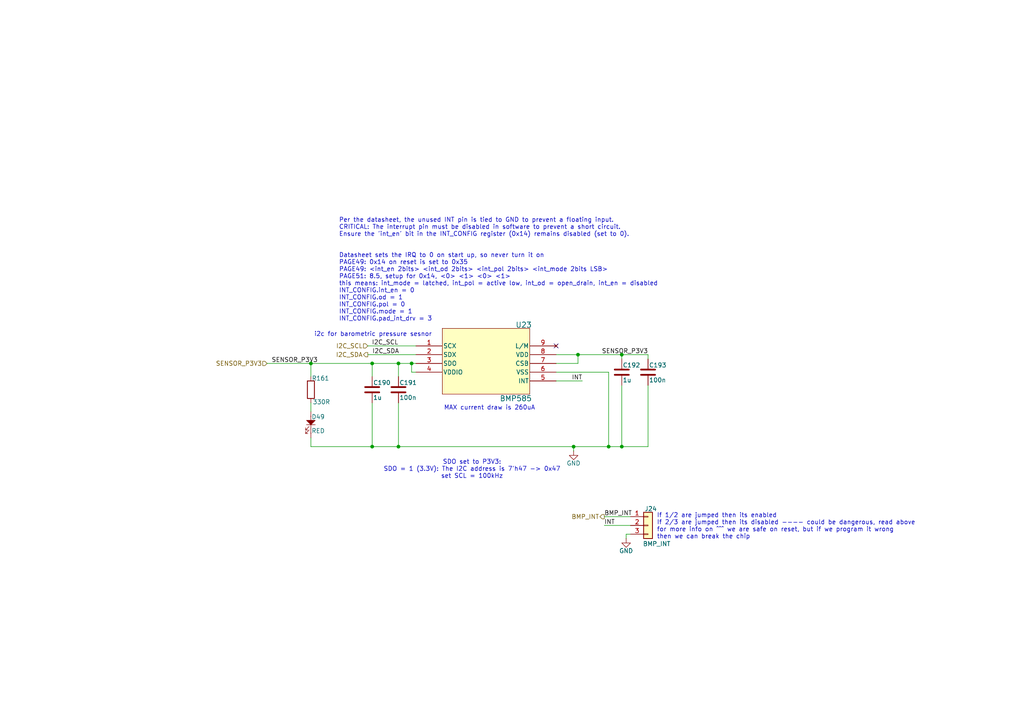
<source format=kicad_sch>
(kicad_sch (version 20250114) (generator "eeschema") (generator_version "9.0")
  (paper "A4")
  (lib_symbols
    (symbol "BMP585:BMP585" (pin_names (offset 0.254))
      (property "Reference" "U" (at 20.32 10.16 0))
      (property "Value" "BMP585" (at 20.32 7.62 0))
      (symbol "BMP585_0_1"
        (pin input line (at 0 0 0) (length 7.62) (name "SCX") (number "1"))
        (pin bidirectional line (at 0 -2.54 0) (length 7.62) (name "SDX") (number "2"))
        (pin bidirectional line (at 0 -5.08 0) (length 7.62) (name "SDO") (number "3"))
        (pin power_in line (at 0 -7.62 0) (length 7.62) (name "VDDIO") (number "4"))
        (pin no_connect line (at 40.64 0 180) (length 7.62) (name "L/M") (number "9"))
        (pin power_in line (at 40.64 -2.54 180) (length 7.62) (name "VDD") (number "8"))
        (pin input line (at 40.64 -5.08 180) (length 7.62) (name "CSB") (number "7"))
        (pin power_out line (at 40.64 -7.62 180) (length 7.62) (name "VSS") (number "6"))
        (pin output line (at 40.64 -10.16 180) (length 7.62) (name "INT") (number "5"))
      )
      (symbol "BMP585_1_1"
        (rectangle (start 7.62 5.08) (end 33.02 -13.97) (fill (type background)))
      )
    )
    (symbol "Connector_Generic:Conn_01x03" (pin_names (offset 1.016) (hide yes))
      (property "Reference" "J" (at 0 5.08 0))
      (property "Value" "Conn_01x03" (at 0 -5.08 0))
      (symbol "Conn_01x03_1_1"
        (rectangle (start -1.27 3.81) (end 1.27 -3.81) (stroke (width 0.254)) (fill (type background)))
        (rectangle (start -1.27 2.667) (end 0 2.413) (stroke (width 0.1524)))
        (rectangle (start -1.27 0.127) (end 0 -0.127) (stroke (width 0.1524)))
        (rectangle (start -1.27 -2.413) (end 0 -2.667) (stroke (width 0.1524)))
        (pin passive line (at -5.08 2.54 0) (length 3.81) (name "Pin_1") (number "1"))
        (pin passive line (at -5.08 0 0) (length 3.81) (name "Pin_2") (number "2"))
        (pin passive line (at -5.08 -2.54 0) (length 3.81) (name "Pin_3") (number "3"))
      )
    )
    (symbol "Device:C" (pin_numbers (hide yes)) (pin_names (offset 0.254))
      (property "Reference" "C" (at 0.635 2.54 0))
      (property "Value" "C" (at 0.635 -2.54 0))
      (symbol "C_0_1"
        (polyline (pts (xy -2.032 0.762) (xy 2.032 0.762)) (stroke (width 0.508)))
        (polyline (pts (xy -2.032 -0.762) (xy 2.032 -0.762)) (stroke (width 0.508)))
      )
      (symbol "C_1_1"
        (pin passive line (at 0 3.81 270) (length 2.794) (name "~") (number "1"))
        (pin passive line (at 0 -3.81 90) (length 2.794) (name "~") (number "2"))
      )
    )
    (symbol "Device:R" (pin_numbers (hide yes)) (pin_names (offset 0))
      (property "Reference" "R" (at 2.032 0 90))
      (property "Value" "R" (at 0 0 90))
      (symbol "R_0_1"
        (rectangle (start -1.016 -2.54) (end 1.016 2.54) (stroke (width 0.254)))
      )
      (symbol "R_1_1"
        (pin passive line (at 0 3.81 270) (length 1.27) (name "~") (number "1"))
        (pin passive line (at 0 -3.81 90) (length 1.27) (name "~") (number "2"))
      )
    )
    (symbol "PCM_SL_Devices:LED"
      (property "Reference" "D" (at -0.508 5.334 0))
      (property "Value" "LED" (at -0.508 2.794 0))
      (symbol "LED_0_1"
        (polyline (pts (xy -1.27 0) (xy -2.54 0)))
        (polyline (pts (xy 0 1.27) (xy 0 -1.27)))
        (polyline (pts (xy 0 0) (xy -1.27 -1.27) (xy -1.27 1.27) (xy 0 0) (xy 1.27 0)) (fill (type outline)))
        (polyline (pts (xy 0.508 0.508) (xy 1.524 1.524)))
        (polyline (pts (xy 1.27 0) (xy 2.54 0)))
        (polyline (pts (xy 1.524 1.524) (xy 0.889 1.524)))
        (polyline (pts (xy 1.524 1.524) (xy 1.524 0.889)))
        (polyline (pts (xy 1.524 0.508) (xy 2.54 1.524)))
        (polyline (pts (xy 2.54 1.524) (xy 1.905 1.524)))
        (polyline (pts (xy 2.54 1.524) (xy 2.54 0.889)))
      )
      (symbol "LED_1_1"
        (pin passive line (at -3.81 0 0) (length 1.5) (name "") (number "2"))
        (pin passive line (at 3.81 0 180) (length 1.5) (name "~") (number "1"))
      )
    )
    (symbol "power:GND" (power) (pin_numbers (hide yes)) (pin_names (offset 0) (hide yes))
      (property "Value" "GND" (at 0 -3.81 0))
      (symbol "GND_0_1"
        (polyline (pts (xy 0 0) (xy 0 -1.27) (xy 1.27 -1.27) (xy 0 -2.54) (xy -1.27 -1.27) (xy 0 -1.27)))
      )
      (symbol "GND_1_1"
        (pin power_in line (at 0 0 270) (length 0) (name "~") (number "1"))
      )
    )
  )
  (text "If 1/2 are jumped then its enabled\nIf 2/3 are jumped then its disabled ---- could be dangerous, read above\nfor more info on ^^^ we are safe on reset, but if we program it wrong\nthen we can break the chip" (at 190.5 152.654 0) (effects (font (size 1.27 1.27)) (justify left)))
  (text "MAX current draw is 260uA" (at 141.986 118.364 0) (effects (font (size 1.27 1.27))))
  (text "Per the datasheet, the unused INT pin is tied to GND to prevent a floating input.\nCRITICAL: The interrupt pin must be disabled in software to prevent a short circuit.\nEnsure the 'int_en' bit in the INT_CONFIG register (0x14) remains disabled (set to 0).\n\n\nDatasheet sets the IRQ to 0 on start up, so never turn it on\nPAGE49: 0x14 on reset is set to 0x35\nPAGE49: <int_en 2bits> <int_od 2bits> <int_pol 2bits> <int_mode 2bits LSB>\nPAGE51: 8.5, setup for 0x14, <0> <1> <0> <1>\nthis means: int_mode = latched, int_pol = active low, int_od = open_drain, int_en = disabled\nINT_CONFIG.int_en = 0\nINT_CONFIG.od = 1\nINT_CONFIG.pol = 0\nINT_CONFIG.mode = 1\nINT_CONFIG.pad_int_drv = 3" (at 98.298 78.232 0) (effects (font (size 1.27 1.27)) (justify left)))
  (text "i2c for barometric pressure sesnor" (at 108.204 97.028 0) (effects (font (size 1.27 1.27))))
  (text "SDO set to P3V3:\nSDO = 1 (3.3V): The I2C address is 7'h47 -> 0x47\nset SCL = 100kHz" (at 136.906 136.144 0) (effects (font (size 1.27 1.27))))
  (junction (at 166.37 129.54))
  (junction (at 119.38 105.41))
  (junction (at 115.57 105.41))
  (junction (at 180.34 102.87))
  (junction (at 107.95 129.54))
  (junction (at 115.57 129.54))
  (junction (at 167.64 102.87))
  (junction (at 90.17 105.41))
  (junction (at 176.53 129.54))
  (junction (at 180.34 129.54))
  (junction (at 107.95 105.41))
  (no_connect (at 161.29 100.33))
  (wire (pts (xy 115.57 116.84) (xy 115.57 129.54)))
  (wire (pts (xy 182.88 152.4) (xy 175.26 152.4)))
  (wire (pts (xy 180.34 111.76) (xy 180.34 129.54)))
  (wire (pts (xy 187.96 102.87) (xy 187.96 104.14)))
  (wire (pts (xy 119.38 105.41) (xy 120.65 105.41)))
  (wire (pts (xy 175.26 149.86) (xy 182.88 149.86)))
  (wire (pts (xy 181.61 154.94) (xy 181.61 156.21)))
  (wire (pts (xy 161.29 102.87) (xy 167.64 102.87)))
  (wire (pts (xy 107.95 129.54) (xy 115.57 129.54)))
  (wire (pts (xy 90.17 105.41) (xy 90.17 109.22)))
  (wire (pts (xy 180.34 129.54) (xy 187.96 129.54)))
  (wire (pts (xy 119.38 105.41) (xy 119.38 107.95)))
  (wire (pts (xy 107.95 105.41) (xy 107.95 109.22)))
  (wire (pts (xy 181.61 154.94) (xy 182.88 154.94)))
  (wire (pts (xy 115.57 105.41) (xy 119.38 105.41)))
  (wire (pts (xy 90.17 105.41) (xy 107.95 105.41)))
  (wire (pts (xy 161.29 105.41) (xy 167.64 105.41)))
  (wire (pts (xy 166.37 129.54) (xy 176.53 129.54)))
  (wire (pts (xy 90.17 129.54) (xy 107.95 129.54)))
  (wire (pts (xy 176.53 129.54) (xy 180.34 129.54)))
  (wire (pts (xy 115.57 129.54) (xy 166.37 129.54)))
  (wire (pts (xy 107.95 116.84) (xy 107.95 129.54)))
  (wire (pts (xy 161.29 107.95) (xy 176.53 107.95)))
  (wire (pts (xy 167.64 102.87) (xy 180.34 102.87)))
  (wire (pts (xy 115.57 105.41) (xy 115.57 109.22)))
  (wire (pts (xy 187.96 111.76) (xy 187.96 129.54)))
  (wire (pts (xy 180.34 102.87) (xy 187.96 102.87)))
  (wire (pts (xy 90.17 116.84) (xy 90.17 119.38)))
  (wire (pts (xy 180.34 102.87) (xy 180.34 104.14)))
  (wire (pts (xy 106.68 102.87) (xy 120.65 102.87)))
  (wire (pts (xy 77.47 105.41) (xy 90.17 105.41)))
  (wire (pts (xy 119.38 107.95) (xy 120.65 107.95)))
  (wire (pts (xy 176.53 107.95) (xy 176.53 129.54)))
  (wire (pts (xy 161.29 110.49) (xy 168.91 110.49)))
  (wire (pts (xy 106.68 100.33) (xy 120.65 100.33)))
  (wire (pts (xy 166.37 130.81) (xy 166.37 129.54)))
  (wire (pts (xy 90.17 127) (xy 90.17 129.54)))
  (wire (pts (xy 167.64 102.87) (xy 167.64 105.41)))
  (wire (pts (xy 107.95 105.41) (xy 115.57 105.41)))
  (label "INT" (at 175.26 152.4 0))
  (label "BMP_INT" (at 175.26 149.86 0))
  (label "I2C_SDA" (at 107.95 102.87 0))
  (label "SENSOR_P3V3" (at 187.96 102.87 180))
  (label "SENSOR_P3V3" (at 78.74 105.41 0))
  (label "INT" (at 168.91 110.49 180))
  (label "I2C_SCL" (at 115.57 100.33 180))
  (hierarchical_label "BMP_INT" (shape output) (at 175.26 149.86 180))
  (hierarchical_label "I2C_SDA" (shape output) (at 106.68 102.87 180))
  (hierarchical_label "I2C_SCL" (shape input) (at 106.68 100.33 180))
  (hierarchical_label "SENSOR_P3V3" (shape input) (at 77.47 105.41 180))
  (symbol (lib_id "Device:R") (at 90.17 113.03 0) (unit 1)
    (property "Reference" "R161" (at 92.964 109.728 0))
    (property "Value" "330R" (at 93.218 116.586 0))
    (property "Description" "Resistor" (effects (hide yes)))
  )
  (symbol (lib_id "Device:C") (at 107.95 113.03 0) (unit 1)
    (property "Reference" "C190" (at 108.204 110.998 0) (effects (justify left)))
    (property "Value" "1u" (at 108.204 115.316 0) (effects (justify left)))
    (property "Description" "Unpolarized capacitor" (effects (hide yes)))
  )
  (symbol (lib_id "power:GND") (at 166.37 130.81 0) (unit 1)
    (property "Reference" "#PWR0103" (effects (hide yes)))
    (property "Value" "GND" (at 168.402 134.366 0) (effects (justify right)))
    (property "Description" "Power symbol creates a global label with name \"GND\" , ground" (effects (hide yes)))
  )
  (symbol (lib_id "Connector_Generic:Conn_01x03") (at 187.96 152.4 0) (unit 1)
    (property "Reference" "J24" (at 186.944 147.574 0) (effects (justify left)))
    (property "Value" "BMP_INT" (at 186.436 157.734 0) (effects (justify left)))
    (property "Description" "Generic connector, single row, 01x03, script generated (kicad-library-utils/schlib/autogen/connector/)" (effects (hide yes)))
  )
  (symbol (lib_id "Device:C") (at 115.57 113.03 0) (unit 1)
    (property "Reference" "C191" (at 115.824 110.998 0) (effects (justify left)))
    (property "Value" "100n" (at 115.824 115.316 0) (effects (justify left)))
    (property "Description" "Unpolarized capacitor" (effects (hide yes)))
  )
  (symbol (lib_id "Device:C") (at 180.34 107.95 0) (unit 1)
    (property "Reference" "C192" (at 180.594 105.918 0) (effects (justify left)))
    (property "Value" "1u" (at 180.594 110.236 0) (effects (justify left)))
    (property "Description" "Unpolarized capacitor" (effects (hide yes)))
  )
  (symbol (lib_id "Device:C") (at 187.96 107.95 0) (unit 1)
    (property "Reference" "C193" (at 188.214 105.918 0) (effects (justify left)))
    (property "Value" "100n" (at 188.214 110.236 0) (effects (justify left)))
    (property "Description" "Unpolarized capacitor" (effects (hide yes)))
  )
  (symbol (lib_id "BMP585:BMP585") (at 120.65 100.33 0) (unit 1)
    (property "Reference" "U23" (at 151.892 94.234 0) (effects (font (size 1.524 1.524))))
    (property "Value" "BMP585" (at 149.606 115.57 0) (effects (font (size 1.524 1.524))))
    (property "Footprint" "LGA9_BMP585_BOS" (effects (hide yes)))
    (property "Datasheet" "BMP585" (effects (hide yes)))
  )
  (symbol (lib_id "PCM_SL_Devices:LED") (at 90.17 123.19 90) (mirror x) (unit 1)
    (property "Reference" "D49" (at 94.234 120.904 90) (effects (justify left)))
    (property "Value" "RED" (at 94.234 124.968 90) (effects (justify left)))
    (property "Footprint" "PCM_Diode_SMD_AKL:D_0805_2012Metric" (effects (hide yes)))
    (property "Description" "Common 5mm diameter LED" (effects (hide yes)))
  )
  (symbol (lib_id "power:GND") (at 181.61 156.21 0) (unit 1)
    (property "Reference" "#PWR0104" (effects (hide yes)))
    (property "Value" "GND" (at 183.642 159.766 0) (effects (justify right)))
    (property "Description" "Power symbol creates a global label with name \"GND\" , ground" (effects (hide yes)))
  )
)
</source>
